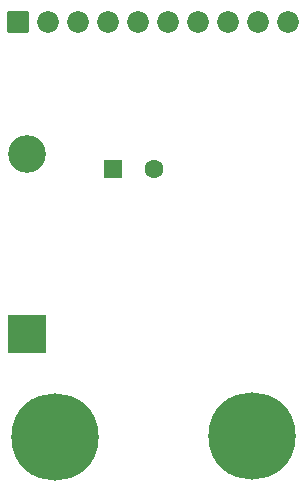
<source format=gbr>
%TF.GenerationSoftware,KiCad,Pcbnew,8.0.7*%
%TF.CreationDate,2025-03-17T18:49:10-07:00*%
%TF.ProjectId,Buck5,4275636b-352e-46b6-9963-61645f706362,rev?*%
%TF.SameCoordinates,Original*%
%TF.FileFunction,Soldermask,Bot*%
%TF.FilePolarity,Negative*%
%FSLAX46Y46*%
G04 Gerber Fmt 4.6, Leading zero omitted, Abs format (unit mm)*
G04 Created by KiCad (PCBNEW 8.0.7) date 2025-03-17 18:49:10*
%MOMM*%
%LPD*%
G01*
G04 APERTURE LIST*
G04 Aperture macros list*
%AMRoundRect*
0 Rectangle with rounded corners*
0 $1 Rounding radius*
0 $2 $3 $4 $5 $6 $7 $8 $9 X,Y pos of 4 corners*
0 Add a 4 corners polygon primitive as box body*
4,1,4,$2,$3,$4,$5,$6,$7,$8,$9,$2,$3,0*
0 Add four circle primitives for the rounded corners*
1,1,$1+$1,$2,$3*
1,1,$1+$1,$4,$5*
1,1,$1+$1,$6,$7*
1,1,$1+$1,$8,$9*
0 Add four rect primitives between the rounded corners*
20,1,$1+$1,$2,$3,$4,$5,0*
20,1,$1+$1,$4,$5,$6,$7,0*
20,1,$1+$1,$6,$7,$8,$9,0*
20,1,$1+$1,$8,$9,$2,$3,0*%
G04 Aperture macros list end*
%ADD10R,1.600000X1.600000*%
%ADD11C,1.600000*%
%ADD12C,7.400000*%
%ADD13R,3.200000X3.200000*%
%ADD14O,3.200000X3.200000*%
%ADD15RoundRect,0.102000X-0.817500X-0.817500X0.817500X-0.817500X0.817500X0.817500X-0.817500X0.817500X0*%
%ADD16C,1.839000*%
G04 APERTURE END LIST*
D10*
%TO.C,C2*%
X108329349Y-86106000D03*
D11*
X111829349Y-86106000D03*
%TD*%
D12*
%TO.C,H1*%
X103450000Y-108749900D03*
%TD*%
D13*
%TO.C,D2*%
X101092000Y-100076000D03*
D14*
X101092000Y-84836000D03*
%TD*%
D12*
%TO.C,H2*%
X120100000Y-108720000D03*
%TD*%
D15*
%TO.C,J1*%
X100330000Y-73660000D03*
D16*
X102870000Y-73660000D03*
X105410000Y-73660000D03*
X107950000Y-73660000D03*
X110490000Y-73660000D03*
X113030000Y-73660000D03*
X115570000Y-73660000D03*
X118110000Y-73660000D03*
X120650000Y-73660000D03*
X123190000Y-73660000D03*
%TD*%
M02*

</source>
